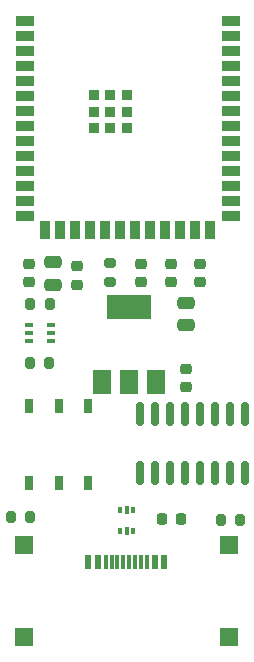
<source format=gbr>
%TF.GenerationSoftware,KiCad,Pcbnew,7.0.7*%
%TF.CreationDate,2024-05-24T21:07:49-04:00*%
%TF.ProjectId,ESP32_S3_Breakout,45535033-325f-4533-935f-427265616b6f,rev?*%
%TF.SameCoordinates,Original*%
%TF.FileFunction,Paste,Top*%
%TF.FilePolarity,Positive*%
%FSLAX46Y46*%
G04 Gerber Fmt 4.6, Leading zero omitted, Abs format (unit mm)*
G04 Created by KiCad (PCBNEW 7.0.7) date 2024-05-24 21:07:49*
%MOMM*%
%LPD*%
G01*
G04 APERTURE LIST*
G04 Aperture macros list*
%AMRoundRect*
0 Rectangle with rounded corners*
0 $1 Rounding radius*
0 $2 $3 $4 $5 $6 $7 $8 $9 X,Y pos of 4 corners*
0 Add a 4 corners polygon primitive as box body*
4,1,4,$2,$3,$4,$5,$6,$7,$8,$9,$2,$3,0*
0 Add four circle primitives for the rounded corners*
1,1,$1+$1,$2,$3*
1,1,$1+$1,$4,$5*
1,1,$1+$1,$6,$7*
1,1,$1+$1,$8,$9*
0 Add four rect primitives between the rounded corners*
20,1,$1+$1,$2,$3,$4,$5,0*
20,1,$1+$1,$4,$5,$6,$7,0*
20,1,$1+$1,$6,$7,$8,$9,0*
20,1,$1+$1,$8,$9,$2,$3,0*%
G04 Aperture macros list end*
%ADD10RoundRect,0.225000X-0.250000X0.225000X-0.250000X-0.225000X0.250000X-0.225000X0.250000X0.225000X0*%
%ADD11RoundRect,0.225000X0.250000X-0.225000X0.250000X0.225000X-0.250000X0.225000X-0.250000X-0.225000X0*%
%ADD12R,0.900000X0.900000*%
%ADD13R,1.500000X0.900000*%
%ADD14R,0.900000X1.500000*%
%ADD15RoundRect,0.218750X-0.218750X-0.256250X0.218750X-0.256250X0.218750X0.256250X-0.218750X0.256250X0*%
%ADD16RoundRect,0.250000X0.475000X-0.250000X0.475000X0.250000X-0.475000X0.250000X-0.475000X-0.250000X0*%
%ADD17RoundRect,0.200000X0.200000X0.275000X-0.200000X0.275000X-0.200000X-0.275000X0.200000X-0.275000X0*%
%ADD18R,0.700000X1.200000*%
%ADD19R,0.600000X1.240000*%
%ADD20R,0.300000X1.240000*%
%ADD21R,1.500000X1.500000*%
%ADD22R,0.650000X0.400000*%
%ADD23RoundRect,0.200000X-0.275000X0.200000X-0.275000X-0.200000X0.275000X-0.200000X0.275000X0.200000X0*%
%ADD24R,1.500000X2.000000*%
%ADD25R,3.800000X2.000000*%
%ADD26RoundRect,0.200000X-0.200000X-0.275000X0.200000X-0.275000X0.200000X0.275000X-0.200000X0.275000X0*%
%ADD27RoundRect,0.150000X0.150000X-0.825000X0.150000X0.825000X-0.150000X0.825000X-0.150000X-0.825000X0*%
%ADD28R,0.375000X0.500000*%
%ADD29R,0.300000X0.650000*%
G04 APERTURE END LIST*
D10*
%TO.C,C1*%
X158750000Y-78981000D03*
X158750000Y-80531000D03*
%TD*%
D11*
%TO.C,C7*%
X154940000Y-71654000D03*
X154940000Y-70104000D03*
%TD*%
D12*
%TO.C,U1*%
X150910000Y-55850000D03*
X150910000Y-57250000D03*
X150910000Y-58650000D03*
X152310000Y-55850000D03*
X152310000Y-57250000D03*
X152310000Y-58650000D03*
X153710000Y-55850000D03*
X153710000Y-57250000D03*
X153710000Y-58650000D03*
D13*
X145060000Y-49530000D03*
X145060000Y-50800000D03*
X145060000Y-52070000D03*
X145060000Y-53340000D03*
X145060000Y-54610000D03*
X145060000Y-55880000D03*
X145060000Y-57150000D03*
X145060000Y-58420000D03*
X145060000Y-59690000D03*
X145060000Y-60960000D03*
X145060000Y-62230000D03*
X145060000Y-63500000D03*
X145060000Y-64770000D03*
X145060000Y-66040000D03*
D14*
X146825000Y-67290000D03*
X148095000Y-67290000D03*
X149365000Y-67290000D03*
X150635000Y-67290000D03*
X151905000Y-67290000D03*
X153175000Y-67290000D03*
X154445000Y-67290000D03*
X155715000Y-67290000D03*
X156985000Y-67290000D03*
X158255000Y-67290000D03*
X159525000Y-67290000D03*
X160795000Y-67290000D03*
D13*
X162560000Y-66040000D03*
X162560000Y-64770000D03*
X162560000Y-63500000D03*
X162560000Y-62230000D03*
X162560000Y-60960000D03*
X162560000Y-59690000D03*
X162560000Y-58420000D03*
X162560000Y-57150000D03*
X162560000Y-55880000D03*
X162560000Y-54610000D03*
X162560000Y-53340000D03*
X162560000Y-52070000D03*
X162560000Y-50800000D03*
X162560000Y-49530000D03*
%TD*%
D15*
%TO.C,F1*%
X156692500Y-91694000D03*
X158267500Y-91694000D03*
%TD*%
D16*
%TO.C,C5*%
X158750000Y-75306000D03*
X158750000Y-73406000D03*
%TD*%
D17*
%TO.C,R5*%
X147192000Y-73533000D03*
X145542000Y-73533000D03*
%TD*%
D18*
%TO.C,SW1*%
X145455000Y-82144800D03*
X147955000Y-82144800D03*
X150455000Y-82144800D03*
X145455000Y-88644800D03*
X147955000Y-88644800D03*
X150455000Y-88644800D03*
%TD*%
D11*
%TO.C,C6*%
X159893000Y-71641000D03*
X159893000Y-70091000D03*
%TD*%
D19*
%TO.C,J1*%
X150470000Y-95335000D03*
X151270000Y-95335000D03*
D20*
X152420000Y-95335000D03*
X153420000Y-95335000D03*
X153920000Y-95335000D03*
X154920000Y-95335000D03*
D19*
X156070000Y-95335000D03*
X156870000Y-95335000D03*
X156870000Y-95335000D03*
X156070000Y-95335000D03*
D20*
X155420000Y-95335000D03*
X154420000Y-95335000D03*
X152920000Y-95335000D03*
X151920000Y-95335000D03*
D19*
X151270000Y-95335000D03*
X150470000Y-95335000D03*
%TD*%
D21*
%TO.C,SW2*%
X144983200Y-101740800D03*
X144983200Y-93940800D03*
%TD*%
D17*
%TO.C,R1*%
X145542000Y-91567000D03*
X143892000Y-91567000D03*
%TD*%
D22*
%TO.C,Q1*%
X145415000Y-75311000D03*
X145415000Y-75961000D03*
X145415000Y-76611000D03*
X147315000Y-76611000D03*
X147315000Y-75961000D03*
X147315000Y-75311000D03*
%TD*%
D11*
%TO.C,C8*%
X149479000Y-71882000D03*
X149479000Y-70332000D03*
%TD*%
%TO.C,C2*%
X145415000Y-71641000D03*
X145415000Y-70091000D03*
%TD*%
D17*
%TO.C,R2*%
X163321000Y-91821000D03*
X161671000Y-91821000D03*
%TD*%
D23*
%TO.C,R3*%
X152273000Y-70041000D03*
X152273000Y-71691000D03*
%TD*%
D24*
%TO.C,U4*%
X151624000Y-80087000D03*
X153924000Y-80087000D03*
D25*
X153924000Y-73787000D03*
D24*
X156224000Y-80087000D03*
%TD*%
D26*
%TO.C,R4*%
X145479000Y-78486000D03*
X147129000Y-78486000D03*
%TD*%
D11*
%TO.C,C3*%
X157480000Y-71654000D03*
X157480000Y-70104000D03*
%TD*%
D21*
%TO.C,SW3*%
X162407600Y-93940800D03*
X162407600Y-101740800D03*
%TD*%
D16*
%TO.C,C4*%
X147447000Y-71877000D03*
X147447000Y-69977000D03*
%TD*%
D27*
%TO.C,U3*%
X154813000Y-87819000D03*
X156083000Y-87819000D03*
X157353000Y-87819000D03*
X158623000Y-87819000D03*
X159893000Y-87819000D03*
X161163000Y-87819000D03*
X162433000Y-87819000D03*
X163703000Y-87819000D03*
X163703000Y-82869000D03*
X162433000Y-82869000D03*
X161163000Y-82869000D03*
X159893000Y-82869000D03*
X158623000Y-82869000D03*
X157353000Y-82869000D03*
X156083000Y-82869000D03*
X154813000Y-82869000D03*
%TD*%
D28*
%TO.C,U2*%
X154232900Y-90996400D03*
D29*
X153695400Y-90921400D03*
D28*
X153157900Y-90996400D03*
X153157900Y-92696400D03*
D29*
X153695400Y-92771400D03*
D28*
X154232900Y-92696400D03*
%TD*%
M02*

</source>
